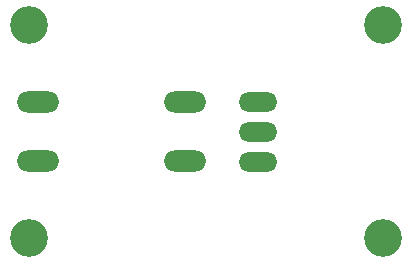
<source format=gbl>
G04 (created by PCBNEW (2013-07-07 BZR 4022)-stable) date 2015/2/26 10:26:18*
%MOIN*%
G04 Gerber Fmt 3.4, Leading zero omitted, Abs format*
%FSLAX34Y34*%
G01*
G70*
G90*
G04 APERTURE LIST*
%ADD10C,0.00590551*%
%ADD11O,0.141X0.0705*%
%ADD12O,0.129X0.0645*%
%ADD13C,0.126*%
G04 APERTURE END LIST*
G54D10*
G54D11*
X22145Y-25783D03*
X17225Y-25783D03*
X22145Y-23823D03*
X17225Y-23823D03*
G54D12*
X24559Y-23803D03*
X24559Y-24803D03*
X24559Y-25803D03*
G54D13*
X16929Y-21259D03*
X28740Y-21259D03*
X16929Y-28346D03*
X28740Y-28346D03*
M02*

</source>
